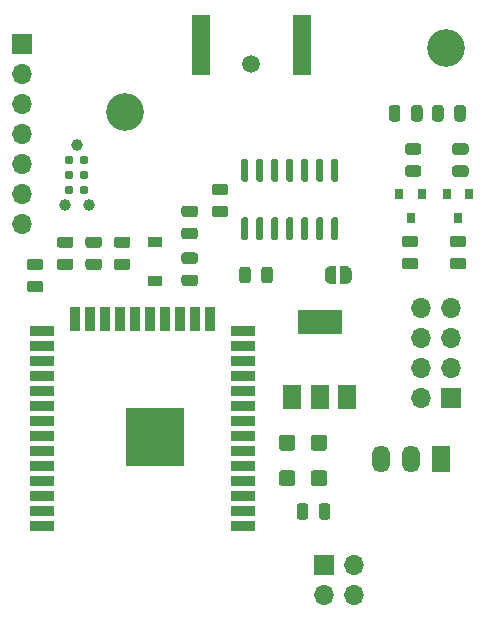
<source format=gts>
G04 #@! TF.GenerationSoftware,KiCad,Pcbnew,(5.1.9-0-10_14)*
G04 #@! TF.CreationDate,2021-03-24T15:19:10+01:00*
G04 #@! TF.ProjectId,ithowifi_4l,6974686f-7769-4666-995f-346c2e6b6963,rev?*
G04 #@! TF.SameCoordinates,Original*
G04 #@! TF.FileFunction,Soldermask,Top*
G04 #@! TF.FilePolarity,Negative*
%FSLAX46Y46*%
G04 Gerber Fmt 4.6, Leading zero omitted, Abs format (unit mm)*
G04 Created by KiCad (PCBNEW (5.1.9-0-10_14)) date 2021-03-24 15:19:10*
%MOMM*%
%LPD*%
G01*
G04 APERTURE LIST*
%ADD10O,1.700000X1.700000*%
%ADD11R,1.700000X1.700000*%
%ADD12C,3.200000*%
%ADD13C,0.787400*%
%ADD14C,0.990600*%
%ADD15R,2.000000X0.900000*%
%ADD16R,0.900000X2.000000*%
%ADD17R,5.000000X5.000000*%
%ADD18C,0.100000*%
%ADD19C,1.500000*%
%ADD20R,1.500000X2.000000*%
%ADD21R,3.800000X2.000000*%
%ADD22R,1.200000X0.900000*%
%ADD23R,1.500000X5.080000*%
%ADD24R,0.800000X0.900000*%
%ADD25O,1.500000X2.300000*%
%ADD26R,1.500000X2.300000*%
G04 APERTURE END LIST*
D10*
X113832000Y-154468000D03*
X111292000Y-154468000D03*
X113832000Y-151928000D03*
D11*
X111292000Y-151928000D03*
D12*
X94488000Y-113538000D03*
G36*
G01*
X104772600Y-124416000D02*
X104472600Y-124416000D01*
G75*
G02*
X104322600Y-124266000I0J150000D01*
G01*
X104322600Y-122616000D01*
G75*
G02*
X104472600Y-122466000I150000J0D01*
G01*
X104772600Y-122466000D01*
G75*
G02*
X104922600Y-122616000I0J-150000D01*
G01*
X104922600Y-124266000D01*
G75*
G02*
X104772600Y-124416000I-150000J0D01*
G01*
G37*
G36*
G01*
X106042600Y-124416000D02*
X105742600Y-124416000D01*
G75*
G02*
X105592600Y-124266000I0J150000D01*
G01*
X105592600Y-122616000D01*
G75*
G02*
X105742600Y-122466000I150000J0D01*
G01*
X106042600Y-122466000D01*
G75*
G02*
X106192600Y-122616000I0J-150000D01*
G01*
X106192600Y-124266000D01*
G75*
G02*
X106042600Y-124416000I-150000J0D01*
G01*
G37*
G36*
G01*
X107312600Y-124416000D02*
X107012600Y-124416000D01*
G75*
G02*
X106862600Y-124266000I0J150000D01*
G01*
X106862600Y-122616000D01*
G75*
G02*
X107012600Y-122466000I150000J0D01*
G01*
X107312600Y-122466000D01*
G75*
G02*
X107462600Y-122616000I0J-150000D01*
G01*
X107462600Y-124266000D01*
G75*
G02*
X107312600Y-124416000I-150000J0D01*
G01*
G37*
G36*
G01*
X108582600Y-124416000D02*
X108282600Y-124416000D01*
G75*
G02*
X108132600Y-124266000I0J150000D01*
G01*
X108132600Y-122616000D01*
G75*
G02*
X108282600Y-122466000I150000J0D01*
G01*
X108582600Y-122466000D01*
G75*
G02*
X108732600Y-122616000I0J-150000D01*
G01*
X108732600Y-124266000D01*
G75*
G02*
X108582600Y-124416000I-150000J0D01*
G01*
G37*
G36*
G01*
X109852600Y-124416000D02*
X109552600Y-124416000D01*
G75*
G02*
X109402600Y-124266000I0J150000D01*
G01*
X109402600Y-122616000D01*
G75*
G02*
X109552600Y-122466000I150000J0D01*
G01*
X109852600Y-122466000D01*
G75*
G02*
X110002600Y-122616000I0J-150000D01*
G01*
X110002600Y-124266000D01*
G75*
G02*
X109852600Y-124416000I-150000J0D01*
G01*
G37*
G36*
G01*
X111122600Y-124416000D02*
X110822600Y-124416000D01*
G75*
G02*
X110672600Y-124266000I0J150000D01*
G01*
X110672600Y-122616000D01*
G75*
G02*
X110822600Y-122466000I150000J0D01*
G01*
X111122600Y-122466000D01*
G75*
G02*
X111272600Y-122616000I0J-150000D01*
G01*
X111272600Y-124266000D01*
G75*
G02*
X111122600Y-124416000I-150000J0D01*
G01*
G37*
G36*
G01*
X112392600Y-124416000D02*
X112092600Y-124416000D01*
G75*
G02*
X111942600Y-124266000I0J150000D01*
G01*
X111942600Y-122616000D01*
G75*
G02*
X112092600Y-122466000I150000J0D01*
G01*
X112392600Y-122466000D01*
G75*
G02*
X112542600Y-122616000I0J-150000D01*
G01*
X112542600Y-124266000D01*
G75*
G02*
X112392600Y-124416000I-150000J0D01*
G01*
G37*
G36*
G01*
X112392600Y-119466000D02*
X112092600Y-119466000D01*
G75*
G02*
X111942600Y-119316000I0J150000D01*
G01*
X111942600Y-117666000D01*
G75*
G02*
X112092600Y-117516000I150000J0D01*
G01*
X112392600Y-117516000D01*
G75*
G02*
X112542600Y-117666000I0J-150000D01*
G01*
X112542600Y-119316000D01*
G75*
G02*
X112392600Y-119466000I-150000J0D01*
G01*
G37*
G36*
G01*
X111122600Y-119466000D02*
X110822600Y-119466000D01*
G75*
G02*
X110672600Y-119316000I0J150000D01*
G01*
X110672600Y-117666000D01*
G75*
G02*
X110822600Y-117516000I150000J0D01*
G01*
X111122600Y-117516000D01*
G75*
G02*
X111272600Y-117666000I0J-150000D01*
G01*
X111272600Y-119316000D01*
G75*
G02*
X111122600Y-119466000I-150000J0D01*
G01*
G37*
G36*
G01*
X109852600Y-119466000D02*
X109552600Y-119466000D01*
G75*
G02*
X109402600Y-119316000I0J150000D01*
G01*
X109402600Y-117666000D01*
G75*
G02*
X109552600Y-117516000I150000J0D01*
G01*
X109852600Y-117516000D01*
G75*
G02*
X110002600Y-117666000I0J-150000D01*
G01*
X110002600Y-119316000D01*
G75*
G02*
X109852600Y-119466000I-150000J0D01*
G01*
G37*
G36*
G01*
X108582600Y-119466000D02*
X108282600Y-119466000D01*
G75*
G02*
X108132600Y-119316000I0J150000D01*
G01*
X108132600Y-117666000D01*
G75*
G02*
X108282600Y-117516000I150000J0D01*
G01*
X108582600Y-117516000D01*
G75*
G02*
X108732600Y-117666000I0J-150000D01*
G01*
X108732600Y-119316000D01*
G75*
G02*
X108582600Y-119466000I-150000J0D01*
G01*
G37*
G36*
G01*
X107312600Y-119466000D02*
X107012600Y-119466000D01*
G75*
G02*
X106862600Y-119316000I0J150000D01*
G01*
X106862600Y-117666000D01*
G75*
G02*
X107012600Y-117516000I150000J0D01*
G01*
X107312600Y-117516000D01*
G75*
G02*
X107462600Y-117666000I0J-150000D01*
G01*
X107462600Y-119316000D01*
G75*
G02*
X107312600Y-119466000I-150000J0D01*
G01*
G37*
G36*
G01*
X106042600Y-119466000D02*
X105742600Y-119466000D01*
G75*
G02*
X105592600Y-119316000I0J150000D01*
G01*
X105592600Y-117666000D01*
G75*
G02*
X105742600Y-117516000I150000J0D01*
G01*
X106042600Y-117516000D01*
G75*
G02*
X106192600Y-117666000I0J-150000D01*
G01*
X106192600Y-119316000D01*
G75*
G02*
X106042600Y-119466000I-150000J0D01*
G01*
G37*
G36*
G01*
X104772600Y-119466000D02*
X104472600Y-119466000D01*
G75*
G02*
X104322600Y-119316000I0J150000D01*
G01*
X104322600Y-117666000D01*
G75*
G02*
X104472600Y-117516000I150000J0D01*
G01*
X104772600Y-117516000D01*
G75*
G02*
X104922600Y-117666000I0J-150000D01*
G01*
X104922600Y-119316000D01*
G75*
G02*
X104772600Y-119466000I-150000J0D01*
G01*
G37*
D13*
X91033600Y-120142000D03*
X91033600Y-118872000D03*
X89763600Y-120142000D03*
X89763600Y-118872000D03*
X89763600Y-117602000D03*
X91033600Y-117602000D03*
D14*
X89382600Y-121412000D03*
X91414600Y-121412000D03*
X90398600Y-116332000D03*
D12*
X121630000Y-108120000D03*
D15*
X87477600Y-148615400D03*
X87477600Y-147345400D03*
X87477600Y-146075400D03*
X87477600Y-144805400D03*
X87477600Y-143535400D03*
X87477600Y-142265400D03*
X87477600Y-140995400D03*
X87477600Y-139725400D03*
X87477600Y-138455400D03*
X87477600Y-137185400D03*
X87477600Y-135915400D03*
X87477600Y-134645400D03*
X87477600Y-133375400D03*
X87477600Y-132105400D03*
D16*
X90262600Y-131105400D03*
X91532600Y-131105400D03*
X92802600Y-131105400D03*
X94072600Y-131105400D03*
X95342600Y-131105400D03*
X96612600Y-131105400D03*
X97882600Y-131105400D03*
X99152600Y-131105400D03*
X100422600Y-131105400D03*
X101692600Y-131105400D03*
D15*
X104477600Y-132105400D03*
X104477600Y-133375400D03*
X104477600Y-134645400D03*
X104477600Y-135915400D03*
X104477600Y-137185400D03*
X104477600Y-138455400D03*
X104477600Y-139725400D03*
X104477600Y-140995400D03*
X104477600Y-142265400D03*
X104477600Y-143535400D03*
X104477600Y-144805400D03*
X104477600Y-146075400D03*
X104477600Y-147345400D03*
X104477600Y-148615400D03*
D17*
X96977600Y-141115400D03*
D18*
G36*
X111872000Y-128104998D02*
G01*
X111847466Y-128104998D01*
X111798635Y-128100188D01*
X111750510Y-128090616D01*
X111703555Y-128076372D01*
X111658222Y-128057595D01*
X111614949Y-128034464D01*
X111574150Y-128007204D01*
X111536221Y-127976076D01*
X111501524Y-127941379D01*
X111470396Y-127903450D01*
X111443136Y-127862651D01*
X111420005Y-127819378D01*
X111401228Y-127774045D01*
X111386984Y-127727090D01*
X111377412Y-127678965D01*
X111372602Y-127630134D01*
X111372602Y-127605600D01*
X111372000Y-127605600D01*
X111372000Y-127105600D01*
X111372602Y-127105600D01*
X111372602Y-127081066D01*
X111377412Y-127032235D01*
X111386984Y-126984110D01*
X111401228Y-126937155D01*
X111420005Y-126891822D01*
X111443136Y-126848549D01*
X111470396Y-126807750D01*
X111501524Y-126769821D01*
X111536221Y-126735124D01*
X111574150Y-126703996D01*
X111614949Y-126676736D01*
X111658222Y-126653605D01*
X111703555Y-126634828D01*
X111750510Y-126620584D01*
X111798635Y-126611012D01*
X111847466Y-126606202D01*
X111872000Y-126606202D01*
X111872000Y-126605600D01*
X112372000Y-126605600D01*
X112372000Y-128105600D01*
X111872000Y-128105600D01*
X111872000Y-128104998D01*
G37*
G36*
X112672000Y-126605600D02*
G01*
X113172000Y-126605600D01*
X113172000Y-126606202D01*
X113196534Y-126606202D01*
X113245365Y-126611012D01*
X113293490Y-126620584D01*
X113340445Y-126634828D01*
X113385778Y-126653605D01*
X113429051Y-126676736D01*
X113469850Y-126703996D01*
X113507779Y-126735124D01*
X113542476Y-126769821D01*
X113573604Y-126807750D01*
X113600864Y-126848549D01*
X113623995Y-126891822D01*
X113642772Y-126937155D01*
X113657016Y-126984110D01*
X113666588Y-127032235D01*
X113671398Y-127081066D01*
X113671398Y-127105600D01*
X113672000Y-127105600D01*
X113672000Y-127605600D01*
X113671398Y-127605600D01*
X113671398Y-127630134D01*
X113666588Y-127678965D01*
X113657016Y-127727090D01*
X113642772Y-127774045D01*
X113623995Y-127819378D01*
X113600864Y-127862651D01*
X113573604Y-127903450D01*
X113542476Y-127941379D01*
X113507779Y-127976076D01*
X113469850Y-128007204D01*
X113429051Y-128034464D01*
X113385778Y-128057595D01*
X113340445Y-128076372D01*
X113293490Y-128090616D01*
X113245365Y-128100188D01*
X113196534Y-128104998D01*
X113172000Y-128104998D01*
X113172000Y-128105600D01*
X112672000Y-128105600D01*
X112672000Y-126605600D01*
G37*
G36*
G01*
X106014700Y-127811850D02*
X106014700Y-126899350D01*
G75*
G02*
X106258450Y-126655600I243750J0D01*
G01*
X106745950Y-126655600D01*
G75*
G02*
X106989700Y-126899350I0J-243750D01*
G01*
X106989700Y-127811850D01*
G75*
G02*
X106745950Y-128055600I-243750J0D01*
G01*
X106258450Y-128055600D01*
G75*
G02*
X106014700Y-127811850I0J243750D01*
G01*
G37*
G36*
G01*
X104139700Y-127811850D02*
X104139700Y-126899350D01*
G75*
G02*
X104383450Y-126655600I243750J0D01*
G01*
X104870950Y-126655600D01*
G75*
G02*
X105114700Y-126899350I0J-243750D01*
G01*
X105114700Y-127811850D01*
G75*
G02*
X104870950Y-128055600I-243750J0D01*
G01*
X104383450Y-128055600D01*
G75*
G02*
X104139700Y-127811850I0J243750D01*
G01*
G37*
G36*
G01*
X108896400Y-141129199D02*
X108896400Y-141979201D01*
G75*
G02*
X108646401Y-142229200I-249999J0D01*
G01*
X107746399Y-142229200D01*
G75*
G02*
X107496400Y-141979201I0J249999D01*
G01*
X107496400Y-141129199D01*
G75*
G02*
X107746399Y-140879200I249999J0D01*
G01*
X108646401Y-140879200D01*
G75*
G02*
X108896400Y-141129199I0J-249999D01*
G01*
G37*
G36*
G01*
X111596400Y-141129199D02*
X111596400Y-141979201D01*
G75*
G02*
X111346401Y-142229200I-249999J0D01*
G01*
X110446399Y-142229200D01*
G75*
G02*
X110196400Y-141979201I0J249999D01*
G01*
X110196400Y-141129199D01*
G75*
G02*
X110446399Y-140879200I249999J0D01*
G01*
X111346401Y-140879200D01*
G75*
G02*
X111596400Y-141129199I0J-249999D01*
G01*
G37*
G36*
G01*
X108900200Y-144126399D02*
X108900200Y-144976401D01*
G75*
G02*
X108650201Y-145226400I-249999J0D01*
G01*
X107750199Y-145226400D01*
G75*
G02*
X107500200Y-144976401I0J249999D01*
G01*
X107500200Y-144126399D01*
G75*
G02*
X107750199Y-143876400I249999J0D01*
G01*
X108650201Y-143876400D01*
G75*
G02*
X108900200Y-144126399I0J-249999D01*
G01*
G37*
G36*
G01*
X111600200Y-144126399D02*
X111600200Y-144976401D01*
G75*
G02*
X111350201Y-145226400I-249999J0D01*
G01*
X110450199Y-145226400D01*
G75*
G02*
X110200200Y-144976401I0J249999D01*
G01*
X110200200Y-144126399D01*
G75*
G02*
X110450199Y-143876400I249999J0D01*
G01*
X111350201Y-143876400D01*
G75*
G02*
X111600200Y-144126399I0J-249999D01*
G01*
G37*
D19*
X105181400Y-109474000D03*
G36*
G01*
X87324250Y-126954100D02*
X86411750Y-126954100D01*
G75*
G02*
X86168000Y-126710350I0J243750D01*
G01*
X86168000Y-126222850D01*
G75*
G02*
X86411750Y-125979100I243750J0D01*
G01*
X87324250Y-125979100D01*
G75*
G02*
X87568000Y-126222850I0J-243750D01*
G01*
X87568000Y-126710350D01*
G75*
G02*
X87324250Y-126954100I-243750J0D01*
G01*
G37*
G36*
G01*
X87324250Y-128829100D02*
X86411750Y-128829100D01*
G75*
G02*
X86168000Y-128585350I0J243750D01*
G01*
X86168000Y-128097850D01*
G75*
G02*
X86411750Y-127854100I243750J0D01*
G01*
X87324250Y-127854100D01*
G75*
G02*
X87568000Y-128097850I0J-243750D01*
G01*
X87568000Y-128585350D01*
G75*
G02*
X87324250Y-128829100I-243750J0D01*
G01*
G37*
G36*
G01*
X88951750Y-125974500D02*
X89864250Y-125974500D01*
G75*
G02*
X90108000Y-126218250I0J-243750D01*
G01*
X90108000Y-126705750D01*
G75*
G02*
X89864250Y-126949500I-243750J0D01*
G01*
X88951750Y-126949500D01*
G75*
G02*
X88708000Y-126705750I0J243750D01*
G01*
X88708000Y-126218250D01*
G75*
G02*
X88951750Y-125974500I243750J0D01*
G01*
G37*
G36*
G01*
X88951750Y-124099500D02*
X89864250Y-124099500D01*
G75*
G02*
X90108000Y-124343250I0J-243750D01*
G01*
X90108000Y-124830750D01*
G75*
G02*
X89864250Y-125074500I-243750J0D01*
G01*
X88951750Y-125074500D01*
G75*
G02*
X88708000Y-124830750I0J243750D01*
G01*
X88708000Y-124343250D01*
G75*
G02*
X88951750Y-124099500I243750J0D01*
G01*
G37*
D20*
X108647200Y-137668000D03*
X113247200Y-137668000D03*
X110947200Y-137668000D03*
D21*
X110947200Y-131368000D03*
G36*
G01*
X94690250Y-125074500D02*
X93777750Y-125074500D01*
G75*
G02*
X93534000Y-124830750I0J243750D01*
G01*
X93534000Y-124343250D01*
G75*
G02*
X93777750Y-124099500I243750J0D01*
G01*
X94690250Y-124099500D01*
G75*
G02*
X94934000Y-124343250I0J-243750D01*
G01*
X94934000Y-124830750D01*
G75*
G02*
X94690250Y-125074500I-243750J0D01*
G01*
G37*
G36*
G01*
X94690250Y-126949500D02*
X93777750Y-126949500D01*
G75*
G02*
X93534000Y-126705750I0J243750D01*
G01*
X93534000Y-126218250D01*
G75*
G02*
X93777750Y-125974500I243750J0D01*
G01*
X94690250Y-125974500D01*
G75*
G02*
X94934000Y-126218250I0J-243750D01*
G01*
X94934000Y-126705750D01*
G75*
G02*
X94690250Y-126949500I-243750J0D01*
G01*
G37*
G36*
G01*
X100405250Y-122458300D02*
X99492750Y-122458300D01*
G75*
G02*
X99249000Y-122214550I0J243750D01*
G01*
X99249000Y-121727050D01*
G75*
G02*
X99492750Y-121483300I243750J0D01*
G01*
X100405250Y-121483300D01*
G75*
G02*
X100649000Y-121727050I0J-243750D01*
G01*
X100649000Y-122214550D01*
G75*
G02*
X100405250Y-122458300I-243750J0D01*
G01*
G37*
G36*
G01*
X100405250Y-124333300D02*
X99492750Y-124333300D01*
G75*
G02*
X99249000Y-124089550I0J243750D01*
G01*
X99249000Y-123602050D01*
G75*
G02*
X99492750Y-123358300I243750J0D01*
G01*
X100405250Y-123358300D01*
G75*
G02*
X100649000Y-123602050I0J-243750D01*
G01*
X100649000Y-124089550D01*
G75*
G02*
X100405250Y-124333300I-243750J0D01*
G01*
G37*
D10*
X85725000Y-123037600D03*
X85725000Y-120497600D03*
X85725000Y-117957600D03*
X85725000Y-115417600D03*
X85725000Y-112877600D03*
X85725000Y-110337600D03*
D11*
X85725000Y-107797600D03*
D22*
X97028000Y-124536200D03*
X97028000Y-127836200D03*
G36*
G01*
X110886900Y-147827050D02*
X110886900Y-146914550D01*
G75*
G02*
X111130650Y-146670800I243750J0D01*
G01*
X111618150Y-146670800D01*
G75*
G02*
X111861900Y-146914550I0J-243750D01*
G01*
X111861900Y-147827050D01*
G75*
G02*
X111618150Y-148070800I-243750J0D01*
G01*
X111130650Y-148070800D01*
G75*
G02*
X110886900Y-147827050I0J243750D01*
G01*
G37*
G36*
G01*
X109011900Y-147827050D02*
X109011900Y-146914550D01*
G75*
G02*
X109255650Y-146670800I243750J0D01*
G01*
X109743150Y-146670800D01*
G75*
G02*
X109986900Y-146914550I0J-243750D01*
G01*
X109986900Y-147827050D01*
G75*
G02*
X109743150Y-148070800I-243750J0D01*
G01*
X109255650Y-148070800D01*
G75*
G02*
X109011900Y-147827050I0J243750D01*
G01*
G37*
G36*
G01*
X99492750Y-127323000D02*
X100405250Y-127323000D01*
G75*
G02*
X100649000Y-127566750I0J-243750D01*
G01*
X100649000Y-128054250D01*
G75*
G02*
X100405250Y-128298000I-243750J0D01*
G01*
X99492750Y-128298000D01*
G75*
G02*
X99249000Y-128054250I0J243750D01*
G01*
X99249000Y-127566750D01*
G75*
G02*
X99492750Y-127323000I243750J0D01*
G01*
G37*
G36*
G01*
X99492750Y-125448000D02*
X100405250Y-125448000D01*
G75*
G02*
X100649000Y-125691750I0J-243750D01*
G01*
X100649000Y-126179250D01*
G75*
G02*
X100405250Y-126423000I-243750J0D01*
G01*
X99492750Y-126423000D01*
G75*
G02*
X99249000Y-126179250I0J243750D01*
G01*
X99249000Y-125691750D01*
G75*
G02*
X99492750Y-125448000I243750J0D01*
G01*
G37*
D23*
X100931400Y-107848400D03*
X109431400Y-107848400D03*
G36*
G01*
X118687000Y-114121250D02*
X118687000Y-113208750D01*
G75*
G02*
X118930750Y-112965000I243750J0D01*
G01*
X119418250Y-112965000D01*
G75*
G02*
X119662000Y-113208750I0J-243750D01*
G01*
X119662000Y-114121250D01*
G75*
G02*
X119418250Y-114365000I-243750J0D01*
G01*
X118930750Y-114365000D01*
G75*
G02*
X118687000Y-114121250I0J243750D01*
G01*
G37*
G36*
G01*
X116812000Y-114121250D02*
X116812000Y-113208750D01*
G75*
G02*
X117055750Y-112965000I243750J0D01*
G01*
X117543250Y-112965000D01*
G75*
G02*
X117787000Y-113208750I0J-243750D01*
G01*
X117787000Y-114121250D01*
G75*
G02*
X117543250Y-114365000I-243750J0D01*
G01*
X117055750Y-114365000D01*
G75*
G02*
X116812000Y-114121250I0J243750D01*
G01*
G37*
G36*
G01*
X92277250Y-126949500D02*
X91364750Y-126949500D01*
G75*
G02*
X91121000Y-126705750I0J243750D01*
G01*
X91121000Y-126218250D01*
G75*
G02*
X91364750Y-125974500I243750J0D01*
G01*
X92277250Y-125974500D01*
G75*
G02*
X92521000Y-126218250I0J-243750D01*
G01*
X92521000Y-126705750D01*
G75*
G02*
X92277250Y-126949500I-243750J0D01*
G01*
G37*
G36*
G01*
X92277250Y-125074500D02*
X91364750Y-125074500D01*
G75*
G02*
X91121000Y-124830750I0J243750D01*
G01*
X91121000Y-124343250D01*
G75*
G02*
X91364750Y-124099500I243750J0D01*
G01*
X92277250Y-124099500D01*
G75*
G02*
X92521000Y-124343250I0J-243750D01*
G01*
X92521000Y-124830750D01*
G75*
G02*
X92277250Y-125074500I-243750J0D01*
G01*
G37*
G36*
G01*
X121442300Y-113208750D02*
X121442300Y-114121250D01*
G75*
G02*
X121198550Y-114365000I-243750J0D01*
G01*
X120711050Y-114365000D01*
G75*
G02*
X120467300Y-114121250I0J243750D01*
G01*
X120467300Y-113208750D01*
G75*
G02*
X120711050Y-112965000I243750J0D01*
G01*
X121198550Y-112965000D01*
G75*
G02*
X121442300Y-113208750I0J-243750D01*
G01*
G37*
G36*
G01*
X123317300Y-113208750D02*
X123317300Y-114121250D01*
G75*
G02*
X123073550Y-114365000I-243750J0D01*
G01*
X122586050Y-114365000D01*
G75*
G02*
X122342300Y-114121250I0J243750D01*
G01*
X122342300Y-113208750D01*
G75*
G02*
X122586050Y-112965000I243750J0D01*
G01*
X123073550Y-112965000D01*
G75*
G02*
X123317300Y-113208750I0J-243750D01*
G01*
G37*
G36*
G01*
X118161750Y-125911000D02*
X119074250Y-125911000D01*
G75*
G02*
X119318000Y-126154750I0J-243750D01*
G01*
X119318000Y-126642250D01*
G75*
G02*
X119074250Y-126886000I-243750J0D01*
G01*
X118161750Y-126886000D01*
G75*
G02*
X117918000Y-126642250I0J243750D01*
G01*
X117918000Y-126154750D01*
G75*
G02*
X118161750Y-125911000I243750J0D01*
G01*
G37*
G36*
G01*
X118161750Y-124036000D02*
X119074250Y-124036000D01*
G75*
G02*
X119318000Y-124279750I0J-243750D01*
G01*
X119318000Y-124767250D01*
G75*
G02*
X119074250Y-125011000I-243750J0D01*
G01*
X118161750Y-125011000D01*
G75*
G02*
X117918000Y-124767250I0J243750D01*
G01*
X117918000Y-124279750D01*
G75*
G02*
X118161750Y-124036000I243750J0D01*
G01*
G37*
G36*
G01*
X122225750Y-125911000D02*
X123138250Y-125911000D01*
G75*
G02*
X123382000Y-126154750I0J-243750D01*
G01*
X123382000Y-126642250D01*
G75*
G02*
X123138250Y-126886000I-243750J0D01*
G01*
X122225750Y-126886000D01*
G75*
G02*
X121982000Y-126642250I0J243750D01*
G01*
X121982000Y-126154750D01*
G75*
G02*
X122225750Y-125911000I243750J0D01*
G01*
G37*
G36*
G01*
X122225750Y-124036000D02*
X123138250Y-124036000D01*
G75*
G02*
X123382000Y-124279750I0J-243750D01*
G01*
X123382000Y-124767250D01*
G75*
G02*
X123138250Y-125011000I-243750J0D01*
G01*
X122225750Y-125011000D01*
G75*
G02*
X121982000Y-124767250I0J243750D01*
G01*
X121982000Y-124279750D01*
G75*
G02*
X122225750Y-124036000I243750J0D01*
G01*
G37*
G36*
G01*
X118415750Y-118074400D02*
X119328250Y-118074400D01*
G75*
G02*
X119572000Y-118318150I0J-243750D01*
G01*
X119572000Y-118805650D01*
G75*
G02*
X119328250Y-119049400I-243750J0D01*
G01*
X118415750Y-119049400D01*
G75*
G02*
X118172000Y-118805650I0J243750D01*
G01*
X118172000Y-118318150D01*
G75*
G02*
X118415750Y-118074400I243750J0D01*
G01*
G37*
G36*
G01*
X118415750Y-116199400D02*
X119328250Y-116199400D01*
G75*
G02*
X119572000Y-116443150I0J-243750D01*
G01*
X119572000Y-116930650D01*
G75*
G02*
X119328250Y-117174400I-243750J0D01*
G01*
X118415750Y-117174400D01*
G75*
G02*
X118172000Y-116930650I0J243750D01*
G01*
X118172000Y-116443150D01*
G75*
G02*
X118415750Y-116199400I243750J0D01*
G01*
G37*
G36*
G01*
X123316050Y-117174400D02*
X122403550Y-117174400D01*
G75*
G02*
X122159800Y-116930650I0J243750D01*
G01*
X122159800Y-116443150D01*
G75*
G02*
X122403550Y-116199400I243750J0D01*
G01*
X123316050Y-116199400D01*
G75*
G02*
X123559800Y-116443150I0J-243750D01*
G01*
X123559800Y-116930650D01*
G75*
G02*
X123316050Y-117174400I-243750J0D01*
G01*
G37*
G36*
G01*
X123316050Y-119049400D02*
X122403550Y-119049400D01*
G75*
G02*
X122159800Y-118805650I0J243750D01*
G01*
X122159800Y-118318150D01*
G75*
G02*
X122403550Y-118074400I243750J0D01*
G01*
X123316050Y-118074400D01*
G75*
G02*
X123559800Y-118318150I0J-243750D01*
G01*
X123559800Y-118805650D01*
G75*
G02*
X123316050Y-119049400I-243750J0D01*
G01*
G37*
G36*
G01*
X102970650Y-122479100D02*
X102058150Y-122479100D01*
G75*
G02*
X101814400Y-122235350I0J243750D01*
G01*
X101814400Y-121747850D01*
G75*
G02*
X102058150Y-121504100I243750J0D01*
G01*
X102970650Y-121504100D01*
G75*
G02*
X103214400Y-121747850I0J-243750D01*
G01*
X103214400Y-122235350D01*
G75*
G02*
X102970650Y-122479100I-243750J0D01*
G01*
G37*
G36*
G01*
X102970650Y-120604100D02*
X102058150Y-120604100D01*
G75*
G02*
X101814400Y-120360350I0J243750D01*
G01*
X101814400Y-119872850D01*
G75*
G02*
X102058150Y-119629100I243750J0D01*
G01*
X102970650Y-119629100D01*
G75*
G02*
X103214400Y-119872850I0J-243750D01*
G01*
X103214400Y-120360350D01*
G75*
G02*
X102970650Y-120604100I-243750J0D01*
G01*
G37*
D24*
X118658600Y-122539000D03*
X117708600Y-120539000D03*
X119608600Y-120539000D03*
X122656600Y-122539000D03*
X121706600Y-120539000D03*
X123606600Y-120539000D03*
D25*
X116179600Y-142951200D03*
X118719600Y-142951200D03*
D26*
X121259600Y-142951200D03*
D11*
X122047000Y-137795000D03*
D10*
X119507000Y-137795000D03*
X122047000Y-135255000D03*
X119507000Y-135255000D03*
X122047000Y-132715000D03*
X119507000Y-132715000D03*
X122047000Y-130175000D03*
X119507000Y-130175000D03*
M02*

</source>
